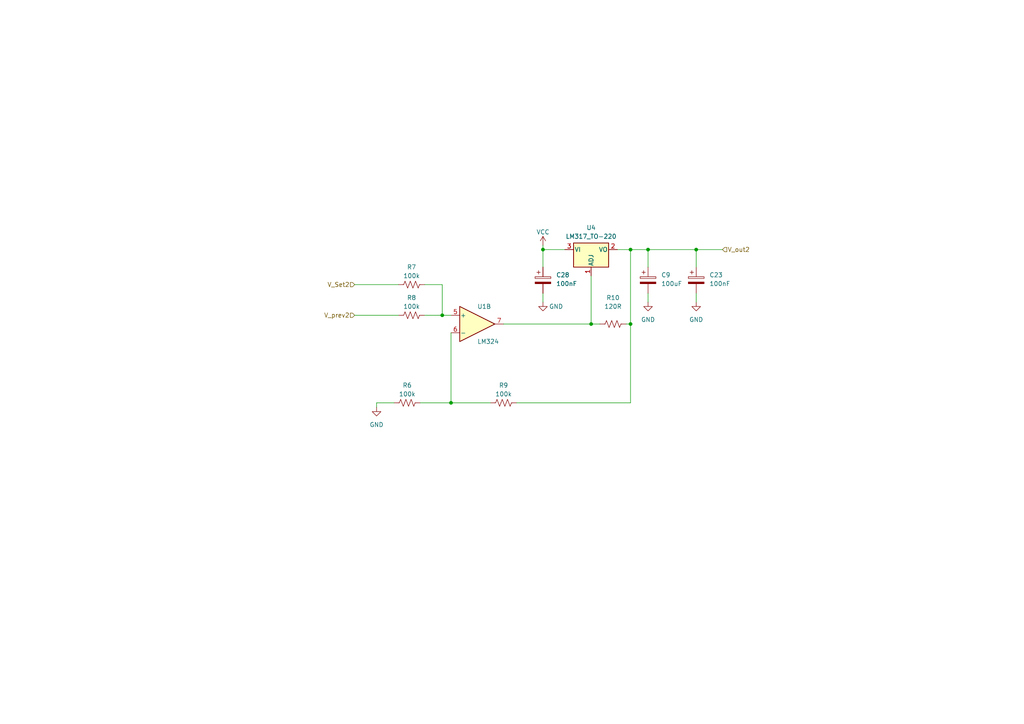
<source format=kicad_sch>
(kicad_sch (version 20250114) (generator "eeschema") (generator_version "9.0")
  (paper "A4")
  (title_block (company "Purdue ECET"))
  (lib_symbols
    (symbol "Amplifier_Operational:LM324" (pin_names (offset 0.127))
      (property "Reference" "U" (at 0 5.08 0))
      (property "Value" "LM324" (at 0 -5.08 0))
      (symbol "LM324_1_1"
        (polyline (pts (xy -5.08 5.08) (xy 5.08 0) (xy -5.08 -5.08) (xy -5.08 5.08)) (stroke (width 0.254)) (fill (type background)))
        (pin input line (at -7.62 2.54 0) (length 2.54) (name "+") (number "3"))
        (pin input line (at -7.62 -2.54 0) (length 2.54) (name "-") (number "2"))
        (pin output line (at 7.62 0 180) (length 2.54) (name "~") (number "1"))
      )
      (symbol "LM324_2_1"
        (polyline (pts (xy -5.08 5.08) (xy 5.08 0) (xy -5.08 -5.08) (xy -5.08 5.08)) (stroke (width 0.254)) (fill (type background)))
        (pin input line (at -7.62 2.54 0) (length 2.54) (name "+") (number "5"))
        (pin input line (at -7.62 -2.54 0) (length 2.54) (name "-") (number "6"))
        (pin output line (at 7.62 0 180) (length 2.54) (name "~") (number "7"))
      )
      (symbol "LM324_3_1"
        (polyline (pts (xy -5.08 5.08) (xy 5.08 0) (xy -5.08 -5.08) (xy -5.08 5.08)) (stroke (width 0.254)) (fill (type background)))
        (pin input line (at -7.62 2.54 0) (length 2.54) (name "+") (number "10"))
        (pin input line (at -7.62 -2.54 0) (length 2.54) (name "-") (number "9"))
        (pin output line (at 7.62 0 180) (length 2.54) (name "~") (number "8"))
      )
      (symbol "LM324_4_1"
        (polyline (pts (xy -5.08 5.08) (xy 5.08 0) (xy -5.08 -5.08) (xy -5.08 5.08)) (stroke (width 0.254)) (fill (type background)))
        (pin input line (at -7.62 2.54 0) (length 2.54) (name "+") (number "12"))
        (pin input line (at -7.62 -2.54 0) (length 2.54) (name "-") (number "13"))
        (pin output line (at 7.62 0 180) (length 2.54) (name "~") (number "14"))
      )
      (symbol "LM324_5_1"
        (pin power_in line (at -2.54 7.62 270) (length 3.81) (name "V+") (number "4"))
        (pin power_in line (at -2.54 -7.62 90) (length 3.81) (name "V-") (number "11"))
      )
    )
    (symbol "Device:C_Polarized" (pin_numbers (hide yes)) (pin_names (offset 0.254))
      (property "Reference" "C" (at 0.635 2.54 0))
      (property "Value" "C_Polarized" (at 0.635 -2.54 0))
      (symbol "C_Polarized_0_1"
        (rectangle (start -2.286 0.508) (end 2.286 1.016))
        (polyline (pts (xy -1.778 2.286) (xy -0.762 2.286)))
        (polyline (pts (xy -1.27 2.794) (xy -1.27 1.778)))
        (rectangle (start 2.286 -0.508) (end -2.286 -1.016) (fill (type outline)))
      )
      (symbol "C_Polarized_1_1"
        (pin passive line (at 0 3.81 270) (length 2.794) (name "~") (number "1"))
        (pin passive line (at 0 -3.81 90) (length 2.794) (name "~") (number "2"))
      )
    )
    (symbol "Device:R_US" (pin_numbers (hide yes)) (pin_names (offset 0))
      (property "Reference" "R" (at 2.54 0 90))
      (property "Value" "R_US" (at -2.54 0 90))
      (symbol "R_US_0_1"
        (polyline (pts (xy 0 2.286) (xy 0 2.54)))
        (polyline (pts (xy 0 2.286) (xy 1.016 1.905) (xy 0 1.524) (xy -1.016 1.143) (xy 0 0.762)))
        (polyline (pts (xy 0 0.762) (xy 1.016 0.381) (xy 0 0) (xy -1.016 -0.381) (xy 0 -0.762)))
        (polyline (pts (xy 0 -0.762) (xy 1.016 -1.143) (xy 0 -1.524) (xy -1.016 -1.905) (xy 0 -2.286)))
        (polyline (pts (xy 0 -2.286) (xy 0 -2.54)))
      )
      (symbol "R_US_1_1"
        (pin passive line (at 0 3.81 270) (length 1.27) (name "~") (number "1"))
        (pin passive line (at 0 -3.81 90) (length 1.27) (name "~") (number "2"))
      )
    )
    (symbol "Regulator_Linear:LM317_TO-220" (pin_names (offset 0.254))
      (property "Reference" "U" (at -3.81 3.175 0))
      (property "Value" "LM317_TO-220" (at 0 3.175 0))
      (symbol "LM317_TO-220_0_1"
        (rectangle (start -5.08 1.905) (end 5.08 -5.08) (stroke (width 0.254)) (fill (type background)))
      )
      (symbol "LM317_TO-220_1_1"
        (pin power_in line (at -7.62 0 0) (length 2.54) (name "VI") (number "3"))
        (pin input line (at 0 -7.62 90) (length 2.54) (name "ADJ") (number "1"))
        (pin power_out line (at 7.62 0 180) (length 2.54) (name "VO") (number "2"))
      )
    )
    (symbol "power:GND" (power) (pin_names (offset 0))
      (property "Value" "GND" (at 0 -3.81 0))
      (symbol "GND_0_1"
        (polyline (pts (xy 0 0) (xy 0 -1.27) (xy 1.27 -1.27) (xy 0 -2.54) (xy -1.27 -1.27) (xy 0 -1.27)))
      )
      (symbol "GND_1_1"
        (pin power_in line (at 0 0 270) (length 0) (hide yes) (name "GND") (number "1"))
      )
    )
    (symbol "power:VCC" (power) (pin_names (offset 0))
      (property "Value" "VCC" (at 0 3.81 0))
      (symbol "VCC_0_1"
        (polyline (pts (xy -0.762 1.27) (xy 0 2.54)))
        (polyline (pts (xy 0 2.54) (xy 0.762 1.27)))
        (polyline (pts (xy 0 0) (xy 0 2.54)))
      )
      (symbol "VCC_1_1"
        (pin power_in line (at 0 0 90) (length 0) (hide yes) (name "VCC") (number "1"))
      )
    )
  )
  (junction (at 130.81 116.84))
  (junction (at 182.88 72.39))
  (junction (at 128.27 91.44))
  (junction (at 182.88 93.98))
  (junction (at 187.96 72.39))
  (junction (at 201.93 72.39))
  (junction (at 157.48 72.39))
  (junction (at 171.45 93.98))
  (wire (pts (xy 109.22 116.84) (xy 109.22 118.11)))
  (wire (pts (xy 128.27 91.44) (xy 130.81 91.44)))
  (wire (pts (xy 123.19 82.55) (xy 128.27 82.55)))
  (wire (pts (xy 130.81 116.84) (xy 142.24 116.84)))
  (wire (pts (xy 201.93 85.09) (xy 201.93 87.63)))
  (wire (pts (xy 171.45 80.01) (xy 171.45 93.98)))
  (wire (pts (xy 163.83 72.39) (xy 157.48 72.39)))
  (wire (pts (xy 128.27 82.55) (xy 128.27 91.44)))
  (wire (pts (xy 146.05 93.98) (xy 171.45 93.98)))
  (wire (pts (xy 121.92 116.84) (xy 130.81 116.84)))
  (wire (pts (xy 187.96 72.39) (xy 201.93 72.39)))
  (wire (pts (xy 182.88 116.84) (xy 182.88 93.98)))
  (wire (pts (xy 201.93 72.39) (xy 201.93 77.47)))
  (wire (pts (xy 149.86 116.84) (xy 182.88 116.84)))
  (wire (pts (xy 182.88 72.39) (xy 182.88 93.98)))
  (wire (pts (xy 157.48 72.39) (xy 157.48 77.47)))
  (wire (pts (xy 102.87 82.55) (xy 115.57 82.55)))
  (wire (pts (xy 123.19 91.44) (xy 128.27 91.44)))
  (wire (pts (xy 182.88 72.39) (xy 187.96 72.39)))
  (wire (pts (xy 173.99 93.98) (xy 171.45 93.98)))
  (wire (pts (xy 157.48 85.09) (xy 157.48 87.63)))
  (wire (pts (xy 181.61 93.98) (xy 182.88 93.98)))
  (wire (pts (xy 157.48 72.39) (xy 157.48 71.12)))
  (wire (pts (xy 187.96 77.47) (xy 187.96 72.39)))
  (wire (pts (xy 179.07 72.39) (xy 182.88 72.39)))
  (wire (pts (xy 130.81 96.52) (xy 130.81 116.84)))
  (wire (pts (xy 201.93 72.39) (xy 209.55 72.39)))
  (wire (pts (xy 114.3 116.84) (xy 109.22 116.84)))
  (wire (pts (xy 187.96 85.09) (xy 187.96 87.63)))
  (wire (pts (xy 102.87 91.44) (xy 115.57 91.44)))
  (hierarchical_label "V_Set2" (shape input) (at 102.87 82.55 180))
  (hierarchical_label "V_prev2" (shape input) (at 102.87 91.44 180))
  (hierarchical_label "V_out2" (shape input) (at 209.55 72.39 0))
  (symbol (lib_id "Regulator_Linear:LM317_TO-220") (at 171.45 72.39 0) (unit 1)
    (property "Reference" "U4" (at 171.45 66.04 0))
    (property "Value" "LM317_TO-220" (at 171.45 68.58 0))
    (property "Footprint" "Package_TO_SOT_THT:TO-220-3_Vertical" (effects (hide yes)))
    (property "Datasheet" "http://www.ti.com/lit/ds/symlink/lm317.pdf" (effects (hide yes)))
  )
  (symbol (lib_id "power:GND") (at 201.93 87.63 0) (unit 1)
    (property "Reference" "#PWR050" (effects (hide yes)))
    (property "Value" "GND" (at 201.93 92.71 0))
  )
  (symbol (lib_id "Device:R_US") (at 119.38 82.55 90) (unit 1)
    (property "Reference" "R7" (at 119.38 77.47 90))
    (property "Value" "100k" (at 119.38 80.01 90))
    (property "Footprint" "Resistor_THT:R_Axial_DIN0207_L6.3mm_D2.5mm_P10.16mm_Horizontal" (effects (hide yes)))
  )
  (symbol (lib_id "power:VCC") (at 157.48 71.12 0) (unit 1)
    (property "Reference" "#PWR010" (effects (hide yes)))
    (property "Value" "VCC" (at 157.48 67.31 0))
  )
  (symbol (lib_id "Device:C_Polarized") (at 201.93 81.28 0) (unit 1)
    (property "Reference" "C23" (at 205.74 79.756 0) (effects (justify left)))
    (property "Value" "100nF" (at 205.74 82.296 0) (effects (justify left)))
    (property "Footprint" "Capacitor_THT:C_Disc_D4.3mm_W1.9mm_P5.00mm" (effects (hide yes)))
  )
  (symbol (lib_id "Device:C_Polarized") (at 157.48 81.28 0) (unit 1)
    (property "Reference" "C28" (at 161.29 79.756 0) (effects (justify left)))
    (property "Value" "100nF" (at 161.29 82.296 0) (effects (justify left)))
    (property "Footprint" "Capacitor_THT:C_Disc_D4.3mm_W1.9mm_P5.00mm" (effects (hide yes)))
  )
  (symbol (lib_id "Amplifier_Operational:LM324") (at 138.43 93.98 0) (unit 2)
    (property "Reference" "U1" (at 138.43 88.9 0) (effects (justify left)))
    (property "Value" "LM324" (at 138.43 99.06 0) (effects (justify left)))
    (property "Footprint" "Package_DIP:DIP-14_W7.62mm_LongPads" (effects (hide yes)))
    (property "Datasheet" "http://www.ti.com/lit/ds/symlink/lm2902-n.pdf" (effects (hide yes)))
    (property "Description" "Low-Power, Quad-Operational Amplifiers, DIP-14/SOIC-14/SSOP-14" (effects (hide yes)))
  )
  (symbol (lib_id "power:GND") (at 187.96 87.63 0) (unit 1)
    (property "Reference" "#PWR027" (effects (hide yes)))
    (property "Value" "GND" (at 187.96 92.71 0))
  )
  (symbol (lib_id "power:GND") (at 109.22 118.11 0) (unit 1)
    (property "Reference" "#PWR05" (effects (hide yes)))
    (property "Value" "GND" (at 109.22 123.19 0))
  )
  (symbol (lib_id "Device:R_US") (at 177.8 93.98 270) (unit 1)
    (property "Reference" "R10" (at 177.8 86.36 90))
    (property "Value" "120R" (at 177.8 88.9 90))
    (property "Footprint" "Resistor_THT:R_Axial_DIN0207_L6.3mm_D2.5mm_P10.16mm_Horizontal" (effects (hide yes)))
  )
  (symbol (lib_id "Device:R_US") (at 119.38 91.44 90) (unit 1)
    (property "Reference" "R8" (at 119.38 86.36 90))
    (property "Value" "100k" (at 119.38 88.9 90))
    (property "Footprint" "Resistor_THT:R_Axial_DIN0207_L6.3mm_D2.5mm_P10.16mm_Horizontal" (effects (hide yes)))
  )
  (symbol (lib_id "Device:R_US") (at 118.11 116.84 90) (unit 1)
    (property "Reference" "R6" (at 118.11 111.76 90))
    (property "Value" "100k" (at 118.11 114.3 90))
    (property "Footprint" "Resistor_THT:R_Axial_DIN0207_L6.3mm_D2.5mm_P10.16mm_Horizontal" (effects (hide yes)))
  )
  (symbol (lib_id "power:GND") (at 157.48 87.63 0) (unit 1)
    (property "Reference" "#PWR055" (effects (hide yes)))
    (property "Value" "GND" (at 161.29 88.9 0))
  )
  (symbol (lib_id "Device:C_Polarized") (at 187.96 81.28 0) (unit 1)
    (property "Reference" "C9" (at 191.77 79.756 0) (effects (justify left)))
    (property "Value" "100uF" (at 191.77 82.296 0) (effects (justify left)))
    (property "Footprint" "Capacitor_THT:CP_Radial_D7.5mm_P2.50mm" (effects (hide yes)))
  )
  (symbol (lib_id "Device:R_US") (at 146.05 116.84 90) (unit 1)
    (property "Reference" "R9" (at 146.05 111.76 90))
    (property "Value" "100k" (at 146.05 114.3 90))
    (property "Footprint" "Resistor_THT:R_Axial_DIN0207_L6.3mm_D2.5mm_P10.16mm_Horizontal" (effects (hide yes)))
  )
)
</source>
